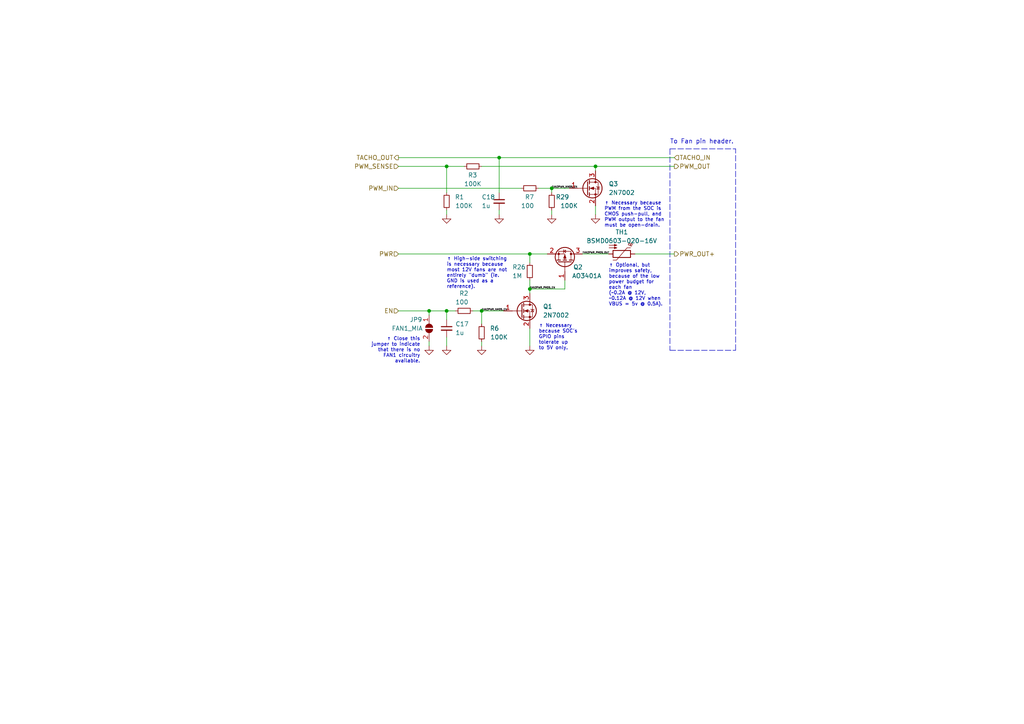
<source format=kicad_sch>
(kicad_sch (version 20211123) (generator eeschema)
  (paper "A4")
  (lib_symbols
    (symbol "Device:C_Small" (pin_numbers hide) (pin_names (offset 0.254) hide)
      (property "Reference" "C" (at 0.254 1.778 0))
      (property "Value" "C_Small" (at 0.254 -2.032 0))
      (symbol "C_Small_0_1"
        (polyline (pts (xy -1.524 -0.508) (xy 1.524 -0.508)) (stroke (width 0.3302)))
        (polyline (pts (xy -1.524 0.508) (xy 1.524 0.508)) (stroke (width 0.3048)))
      )
      (symbol "C_Small_1_1"
        (pin passive line (at 0 2.54 270) (length 2.032) (name "~") (number "1"))
        (pin passive line (at 0 -2.54 90) (length 2.032) (name "~") (number "2"))
      )
    )
    (symbol "Device:R_Small" (pin_numbers hide) (pin_names (offset 0.254) hide)
      (property "Reference" "R" (at 0.762 0.508 0))
      (property "Value" "R_Small" (at 0.762 -1.016 0))
      (symbol "R_Small_0_1"
        (rectangle (start -0.762 1.778) (end 0.762 -1.778) (stroke (width 0.2032)))
      )
      (symbol "R_Small_1_1"
        (pin passive line (at 0 2.54 270) (length 0.762) (name "~") (number "1"))
        (pin passive line (at 0 -2.54 90) (length 0.762) (name "~") (number "2"))
      )
    )
    (symbol "Device:Thermistor_PTC" (pin_numbers hide) (pin_names (offset 0))
      (property "Reference" "TH" (at -4.064 0 90))
      (property "Value" "Thermistor_PTC" (at 3.048 0 90))
      (symbol "Thermistor_PTC_0_1"
        (arc (start -3.048 2.159) (mid -3.0495 2.3143) (end -3.175 2.413))
        (arc (start -3.048 2.159) (mid -2.9736 1.9794) (end -2.794 1.905))
        (arc (start -3.048 2.794) (mid -2.9736 2.6144) (end -2.794 2.54))
        (arc (start -2.794 1.905) (mid -2.6144 1.9794) (end -2.54 2.159))
        (arc (start -2.794 2.54) (mid -2.4393 2.5587) (end -2.159 2.794))
        (arc (start -2.794 3.048) (mid -2.9736 2.9736) (end -3.048 2.794))
        (arc (start -2.54 2.794) (mid -2.6144 2.9736) (end -2.794 3.048))
        (rectangle (start -1.016 2.54) (end 1.016 -2.54) (stroke (width 0.254)))
        (polyline (pts (xy -2.54 2.159) (xy -2.54 2.794)))
        (polyline (pts (xy -1.778 2.54) (xy -1.778 1.524) (xy 1.778 -1.524) (xy 1.778 -2.54)))
        (polyline (pts (xy -2.54 -3.683) (xy -2.54 -1.397) (xy -2.794 -2.159) (xy -2.286 -2.159) (xy -2.54 -1.397) (xy -2.54 -1.651)) (fill (type outline)))
        (polyline (pts (xy -1.778 -3.683) (xy -1.778 -1.397) (xy -2.032 -2.159) (xy -1.524 -2.159) (xy -1.778 -1.397) (xy -1.778 -1.651)) (fill (type outline)))
      )
      (symbol "Thermistor_PTC_1_1"
        (pin passive line (at 0 3.81 270) (length 1.27) (name "~") (number "1"))
        (pin passive line (at 0 -3.81 90) (length 1.27) (name "~") (number "2"))
      )
    )
    (symbol "Jumper:SolderJumper_2_Open" (pin_names (offset 0) hide)
      (property "Reference" "JP" (at 0 2.032 0))
      (property "Value" "SolderJumper_2_Open" (at 0 -2.54 0))
      (symbol "SolderJumper_2_Open_0_1"
        (arc (start -0.254 1.016) (mid -1.27 0) (end -0.254 -1.016))
        (arc (start -0.254 1.016) (mid -1.27 0) (end -0.254 -1.016) (fill (type outline)))
        (polyline (pts (xy -0.254 1.016) (xy -0.254 -1.016)))
        (polyline (pts (xy 0.254 1.016) (xy 0.254 -1.016)))
        (arc (start 0.254 -1.016) (mid 1.27 0) (end 0.254 1.016))
        (arc (start 0.254 -1.016) (mid 1.27 0) (end 0.254 1.016) (fill (type outline)))
      )
      (symbol "SolderJumper_2_Open_1_1"
        (pin passive line (at -3.81 0 0) (length 2.54) (name "A") (number "1"))
        (pin passive line (at 3.81 0 180) (length 2.54) (name "B") (number "2"))
      )
    )
    (symbol "Transistor_FET:2N7002" (pin_names hide)
      (property "Reference" "Q" (at 5.08 1.905 0))
      (property "Value" "2N7002" (at 5.08 0 0))
      (symbol "2N7002_0_1"
        (polyline (pts (xy 0.254 0) (xy -2.54 0)))
        (polyline (pts (xy 0.254 1.905) (xy 0.254 -1.905)) (stroke (width 0.254)))
        (polyline (pts (xy 0.762 -1.27) (xy 0.762 -2.286)) (stroke (width 0.254)))
        (polyline (pts (xy 0.762 0.508) (xy 0.762 -0.508)) (stroke (width 0.254)))
        (polyline (pts (xy 0.762 2.286) (xy 0.762 1.27)) (stroke (width 0.254)))
        (polyline (pts (xy 2.54 2.54) (xy 2.54 1.778)))
        (polyline (pts (xy 2.54 -2.54) (xy 2.54 0) (xy 0.762 0)))
        (polyline (pts (xy 0.762 -1.778) (xy 3.302 -1.778) (xy 3.302 1.778) (xy 0.762 1.778)))
        (polyline (pts (xy 1.016 0) (xy 2.032 0.381) (xy 2.032 -0.381) (xy 1.016 0)) (fill (type outline)))
        (polyline (pts (xy 2.794 0.508) (xy 2.921 0.381) (xy 3.683 0.381) (xy 3.81 0.254)))
        (polyline (pts (xy 3.302 0.381) (xy 2.921 -0.254) (xy 3.683 -0.254) (xy 3.302 0.381)))
        (circle (center 1.651 0) (radius 2.794) (stroke (width 0.254)))
        (circle (center 2.54 -1.778) (radius 0.254) (fill (type outline)))
        (circle (center 2.54 1.778) (radius 0.254) (fill (type outline)))
      )
      (symbol "2N7002_1_1"
        (pin input line (at -5.08 0 0) (length 2.54) (name "G") (number "1"))
        (pin passive line (at 2.54 -5.08 90) (length 2.54) (name "S") (number "2"))
        (pin passive line (at 2.54 5.08 270) (length 2.54) (name "D") (number "3"))
      )
    )
    (symbol "Transistor_FET:AO3401A" (pin_names hide)
      (property "Reference" "Q" (at 5.08 1.905 0))
      (property "Value" "AO3401A" (at 5.08 0 0))
      (symbol "AO3401A_0_1"
        (polyline (pts (xy 0.254 0) (xy -2.54 0)))
        (polyline (pts (xy 0.254 1.905) (xy 0.254 -1.905)) (stroke (width 0.254)))
        (polyline (pts (xy 0.762 -1.27) (xy 0.762 -2.286)) (stroke (width 0.254)))
        (polyline (pts (xy 0.762 0.508) (xy 0.762 -0.508)) (stroke (width 0.254)))
        (polyline (pts (xy 0.762 2.286) (xy 0.762 1.27)) (stroke (width 0.254)))
        (polyline (pts (xy 2.54 2.54) (xy 2.54 1.778)))
        (polyline (pts (xy 2.54 -2.54) (xy 2.54 0) (xy 0.762 0)))
        (polyline (pts (xy 0.762 1.778) (xy 3.302 1.778) (xy 3.302 -1.778) (xy 0.762 -1.778)))
        (polyline (pts (xy 2.286 0) (xy 1.27 0.381) (xy 1.27 -0.381) (xy 2.286 0)) (fill (type outline)))
        (polyline (pts (xy 2.794 -0.508) (xy 2.921 -0.381) (xy 3.683 -0.381) (xy 3.81 -0.254)))
        (polyline (pts (xy 3.302 -0.381) (xy 2.921 0.254) (xy 3.683 0.254) (xy 3.302 -0.381)))
        (circle (center 1.651 0) (radius 2.794) (stroke (width 0.254)))
        (circle (center 2.54 -1.778) (radius 0.254) (fill (type outline)))
        (circle (center 2.54 1.778) (radius 0.254) (fill (type outline)))
      )
      (symbol "AO3401A_1_1"
        (pin input line (at -5.08 0 0) (length 2.54) (name "G") (number "1"))
        (pin passive line (at 2.54 -5.08 90) (length 2.54) (name "S") (number "2"))
        (pin passive line (at 2.54 5.08 270) (length 2.54) (name "D") (number "3"))
      )
    )
    (symbol "power:GND" (power) (pin_names (offset 0))
      (property "Value" "GND" (at 0 -3.81 0))
      (symbol "GND_0_1"
        (polyline (pts (xy 0 0) (xy 0 -1.27) (xy 1.27 -1.27) (xy 0 -2.54) (xy -1.27 -1.27) (xy 0 -1.27)))
      )
      (symbol "GND_1_1"
        (pin power_in line (at 0 0 270) (length 0) hide (name "GND") (number "1"))
      )
    )
  )
  (junction (at 144.78 45.72))
  (junction (at 153.67 83.82))
  (junction (at 129.54 90.17))
  (junction (at 129.54 48.26))
  (junction (at 139.7 90.17))
  (junction (at 172.72 48.26))
  (junction (at 153.67 73.66))
  (junction (at 124.46 90.17))
  (junction (at 160.02 54.61))
  (wire (pts (xy 144.78 45.72) (xy 195.58 45.72)))
  (wire (pts (xy 153.67 100.33) (xy 153.67 95.25)))
  (wire (pts (xy 144.78 62.23) (xy 144.78 60.96)))
  (wire (pts (xy 168.91 73.66) (xy 176.53 73.66)))
  (wire (pts (xy 115.57 54.61) (xy 151.13 54.61)))
  (wire (pts (xy 129.54 97.79) (xy 129.54 100.33)))
  (wire (pts (xy 160.02 54.61) (xy 160.02 55.88)))
  (wire (pts (xy 129.54 90.17) (xy 132.08 90.17)))
  (wire (pts (xy 139.7 99.06) (xy 139.7 100.33)))
  (wire (pts (xy 172.72 48.26) (xy 195.58 48.26)))
  (wire (pts (xy 139.7 48.26) (xy 172.72 48.26)))
  (wire (pts (xy 160.02 60.96) (xy 160.02 62.23)))
  (polyline (pts (xy 194.31 43.18) (xy 194.31 101.6)))
  (wire (pts (xy 184.15 73.66) (xy 195.58 73.66)))
  (wire (pts (xy 124.46 99.06) (xy 124.46 100.33)))
  (polyline (pts (xy 213.36 101.6) (xy 213.36 43.18)))
  (wire (pts (xy 139.7 90.17) (xy 146.05 90.17)))
  (wire (pts (xy 153.67 73.66) (xy 153.67 76.2)))
  (wire (pts (xy 115.57 90.17) (xy 124.46 90.17)))
  (wire (pts (xy 129.54 48.26) (xy 129.54 55.88)))
  (wire (pts (xy 172.72 62.23) (xy 172.72 59.69)))
  (wire (pts (xy 129.54 90.17) (xy 129.54 92.71)))
  (wire (pts (xy 153.67 83.82) (xy 163.83 83.82)))
  (polyline (pts (xy 194.31 43.18) (xy 213.36 43.18)))
  (wire (pts (xy 137.16 90.17) (xy 139.7 90.17)))
  (polyline (pts (xy 194.31 101.6) (xy 213.36 101.6)))
  (wire (pts (xy 115.57 73.66) (xy 153.67 73.66)))
  (wire (pts (xy 144.78 45.72) (xy 144.78 55.88)))
  (wire (pts (xy 153.67 81.28) (xy 153.67 83.82)))
  (wire (pts (xy 129.54 48.26) (xy 134.62 48.26)))
  (wire (pts (xy 124.46 90.17) (xy 129.54 90.17)))
  (wire (pts (xy 124.46 90.17) (xy 124.46 91.44)))
  (wire (pts (xy 156.21 54.61) (xy 160.02 54.61)))
  (wire (pts (xy 115.57 48.26) (xy 129.54 48.26)))
  (wire (pts (xy 160.02 54.61) (xy 165.1 54.61)))
  (wire (pts (xy 163.83 81.28) (xy 163.83 83.82)))
  (wire (pts (xy 129.54 60.96) (xy 129.54 62.23)))
  (wire (pts (xy 153.67 73.66) (xy 158.75 73.66)))
  (wire (pts (xy 172.72 48.26) (xy 172.72 49.53)))
  (wire (pts (xy 153.67 83.82) (xy 153.67 85.09)))
  (wire (pts (xy 139.7 90.17) (xy 139.7 93.98)))
  (wire (pts (xy 115.57 45.72) (xy 144.78 45.72)))
  (text "↑ High-side switching\nis necessary because\nmost 12V fans are not\nentirely \"dumb\" (ie.\nGND is used as a\nreference).\n" (at 129.54 83.82 0) (effects (font (size 1 1)) (justify left bottom)))
  (text "To Fan pin header." (at 194.31 41.91 0) (effects (font (size 1.27 1.27)) (justify left bottom)))
  (text "↑ Close this\njumper to indicate\nthat there is no\nFAN1 circuitry\navailable." (at 121.92 105.41 180) (effects (font (size 1 1)) (justify right bottom)))
  (text "↑ Necessary\nbecause SOC's\nGPIO pins\ntolerate up\nto 5V only." (at 156.21 101.6 0) (effects (font (size 1 1)) (justify left bottom)))
  (text "↑ Optional, but\nimproves safety,\nbecause of the low\npower budget for\neach fan\n(~0.2A @ 12V,\n~0.12A @ 12V when\nVBUS = 5v @ 0.5A)." (at 176.53 88.9 0) (effects (font (size 1 1)) (justify left bottom)))
  (text "↑ Necessary because\nPWM from the SOC is\nCMOS push-pull, and\nPWM output to the fan\nmust be open-drain." (at 175.26 66.04 0) (effects (font (size 1 1)) (justify left bottom)))
  (label "FAN2PWR_NMOS_EN" (at 139.7 90.17 0) (effects (font (size 0.5 0.5))))
  (label "FAN2PWM_NMOS_EN" (at 160.02 54.61 0) (effects (font (size 0.5 0.5))))
  (label "FAN2PWR_PMOS_OUT" (at 168.91 73.66 0) (effects (font (size 0.5 0.5))))
  (label "FAN2PWR_PMOS_EN" (at 153.67 83.82 0) (effects (font (size 0.5 0.5))))
  (hierarchical_label "PWR_OUT+" (shape output) (at 195.58 73.66 0))
  (hierarchical_label "TACHO_IN" (shape input) (at 195.58 45.72 0))
  (hierarchical_label "PWM_OUT" (shape output) (at 195.58 48.26 0))
  (hierarchical_label "PWM_SENSE" (shape input) (at 115.57 48.26 180))
  (hierarchical_label "TACHO_OUT" (shape output) (at 115.57 45.72 180))
  (hierarchical_label "EN" (shape input) (at 115.57 90.17 180))
  (hierarchical_label "PWR" (shape input) (at 115.57 73.66 180))
  (hierarchical_label "PWM_IN" (shape input) (at 115.57 54.61 180))
  (symbol (lib_id "Device:R_Small") (at 153.67 78.74 0) (unit 1)
    (property "Reference" "R26" (at 148.59 77.47 0) (effects (justify left)))
    (property "Value" "1M" (at 148.59 80.01 0) (effects (justify left)))
    (property "Footprint" "Resistor_SMD:R_0402_1005Metric_Pad0.72x0.64mm_HandSolder" (effects hide))
  )
  (symbol (lib_id "power:GND") (at 139.7 100.33 0) (unit 1)
    (property "Reference" "#PWR0135" (effects hide))
    (property "Value" "GND" (effects hide))
  )
  (symbol (lib_id "Transistor_FET:2N7002") (at 170.18 54.61 0) (unit 1)
    (property "Reference" "Q3" (at 176.53 53.3399 0) (effects (justify left)))
    (property "Value" "2N7002" (at 176.53 55.8799 0) (effects (justify left)))
    (property "Footprint" "Package_TO_SOT_SMD:SOT-23" (effects hide))
    (property "Datasheet" "https://www.onsemi.com/pub/Collateral/NDS7002A-D.PDF" (effects hide))
  )
  (symbol (lib_id "Device:R_Small") (at 160.02 58.42 180) (unit 1)
    (property "Reference" "R29" (at 165.1 57.15 0) (effects (justify left)))
    (property "Value" "100K" (at 167.64 59.69 0) (effects (justify left)))
    (property "Footprint" "Resistor_SMD:R_0402_1005Metric_Pad0.72x0.64mm_HandSolder" (effects hide))
  )
  (symbol (lib_id "Device:R_Small") (at 134.62 90.17 90) (unit 1)
    (property "Reference" "R2" (at 135.89 85.09 90) (effects (justify left)))
    (property "Value" "100" (at 135.89 87.63 90) (effects (justify left)))
    (property "Footprint" "Resistor_SMD:R_0402_1005Metric_Pad0.72x0.64mm_HandSolder" (effects hide))
  )
  (symbol (lib_id "power:GND") (at 160.02 62.23 0) (unit 1)
    (property "Reference" "#PWR0122" (effects hide))
    (property "Value" "GND" (effects hide))
  )
  (symbol (lib_id "Transistor_FET:2N7002") (at 151.13 90.17 0) (unit 1)
    (property "Reference" "Q1" (at 157.48 88.8999 0) (effects (justify left)))
    (property "Value" "2N7002" (at 157.48 91.4399 0) (effects (justify left)))
    (property "Footprint" "Package_TO_SOT_SMD:SOT-23" (effects hide))
    (property "Datasheet" "https://www.onsemi.com/pub/Collateral/NDS7002A-D.PDF" (effects hide))
  )
  (symbol (lib_id "Device:R_Small") (at 153.67 54.61 90) (unit 1)
    (property "Reference" "R7" (at 154.94 57.15 90) (effects (justify left)))
    (property "Value" "100" (at 154.94 59.69 90) (effects (justify left)))
    (property "Footprint" "Resistor_SMD:R_0402_1005Metric_Pad0.72x0.64mm_HandSolder" (effects hide))
  )
  (symbol (lib_id "Transistor_FET:AO3401A") (at 163.83 76.2 270) (mirror x) (unit 1)
    (property "Reference" "Q2" (at 167.64 77.47 90))
    (property "Value" "AO3401A" (at 170.18 80.01 90))
    (property "Footprint" "Package_TO_SOT_SMD:SOT-23" (effects hide))
    (property "Datasheet" "http://www.aosmd.com/pdfs/datasheet/AO3401A.pdf" (effects hide))
  )
  (symbol (lib_id "power:GND") (at 124.46 100.33 0) (unit 1)
    (property "Reference" "#PWR0137" (effects hide))
    (property "Value" "GND" (effects hide))
  )
  (symbol (lib_id "power:GND") (at 144.78 62.23 0) (unit 1)
    (property "Reference" "#PWR0138" (effects hide))
    (property "Value" "GND" (effects hide))
  )
  (symbol (lib_id "Device:R_Small") (at 137.16 48.26 90) (unit 1)
    (property "Reference" "R3" (at 138.43 50.8 90) (effects (justify left)))
    (property "Value" "100K" (at 139.7 53.34 90) (effects (justify left)))
    (property "Footprint" "Resistor_SMD:R_0402_1005Metric_Pad0.72x0.64mm_HandSolder" (effects hide))
  )
  (symbol (lib_id "Jumper:SolderJumper_2_Open") (at 124.46 95.25 270) (unit 1)
    (property "Reference" "JP9" (at 120.65 92.71 90))
    (property "Value" "FAN1_MIA" (at 118.11 95.25 90))
    (property "Footprint" "Jumper:SolderJumper-2_P1.3mm_Open_RoundedPad1.0x1.5mm" (effects hide))
  )
  (symbol (lib_id "Device:Thermistor_PTC") (at 180.34 73.66 270) (unit 1)
    (property "Reference" "TH1" (at 180.34 67.31 90))
    (property "Value" "BSMD0603-020-16V" (at 180.34 69.85 90))
    (property "Footprint" "Resistor_SMD:R_0603_1608Metric" (effects hide))
    (property "Datasheet" "https://datasheet.lcsc.com/lcsc/2305121423_BHFUSE-BSMD0603-020-16V_C883092.pdf" (effects hide))
    (property "MFR" "BSMD0603-020-16V" (effects hide))
    (property "JLCPCB Part" "C883092" (effects hide))
  )
  (symbol (lib_id "power:GND") (at 129.54 100.33 0) (unit 1)
    (property "Reference" "#PWR0136" (effects hide))
    (property "Value" "GND" (effects hide))
  )
  (symbol (lib_id "power:GND") (at 153.67 100.33 0) (unit 1)
    (property "Reference" "#PWR0119" (effects hide))
    (property "Value" "GND" (effects hide))
  )
  (symbol (lib_id "power:GND") (at 129.54 62.23 0) (unit 1)
    (property "Reference" "#PWR0140" (effects hide))
    (property "Value" "GND" (effects hide))
  )
  (symbol (lib_id "Device:C_Small") (at 144.78 58.42 0) (unit 1)
    (property "Reference" "C18" (at 139.7 57.15 0) (effects (justify left)))
    (property "Value" "1u" (at 139.7 59.69 0) (effects (justify left)))
    (property "Footprint" "Capacitor_SMD:C_0402_1005Metric" (effects hide))
    (property "JLCPCB Part" "C52923" (effects hide))
    (property "MFR" "CL05A105KA5NQNC" (effects hide))
  )
  (symbol (lib_id "Device:R_Small") (at 129.54 58.42 180) (unit 1)
    (property "Reference" "R1" (at 134.62 57.15 0) (effects (justify left)))
    (property "Value" "100K" (at 137.16 59.69 0) (effects (justify left)))
    (property "Footprint" "Resistor_SMD:R_0402_1005Metric_Pad0.72x0.64mm_HandSolder" (effects hide))
  )
  (symbol (lib_id "Device:C_Small") (at 129.54 95.25 0) (unit 1)
    (property "Reference" "C17" (at 132.08 93.98 0) (effects (justify left)))
    (property "Value" "1u" (at 132.08 96.52 0) (effects (justify left)))
    (property "Footprint" "Capacitor_SMD:C_0402_1005Metric" (effects hide))
    (property "JLCPCB Part" "C52923" (effects hide))
    (property "MFR" "CL05A105KA5NQNC" (effects hide))
  )
  (symbol (lib_id "power:GND") (at 172.72 62.23 0) (unit 1)
    (property "Reference" "#PWR0121" (effects hide))
    (property "Value" "GND" (effects hide))
  )
  (symbol (lib_id "Device:R_Small") (at 139.7 96.52 180) (unit 1)
    (property "Reference" "R6" (at 144.78 95.25 0) (effects (justify left)))
    (property "Value" "100K" (at 147.32 97.79 0) (effects (justify left)))
    (property "Footprint" "Resistor_SMD:R_0402_1005Metric_Pad0.72x0.64mm_HandSolder" (effects hide))
  )
)
</source>
